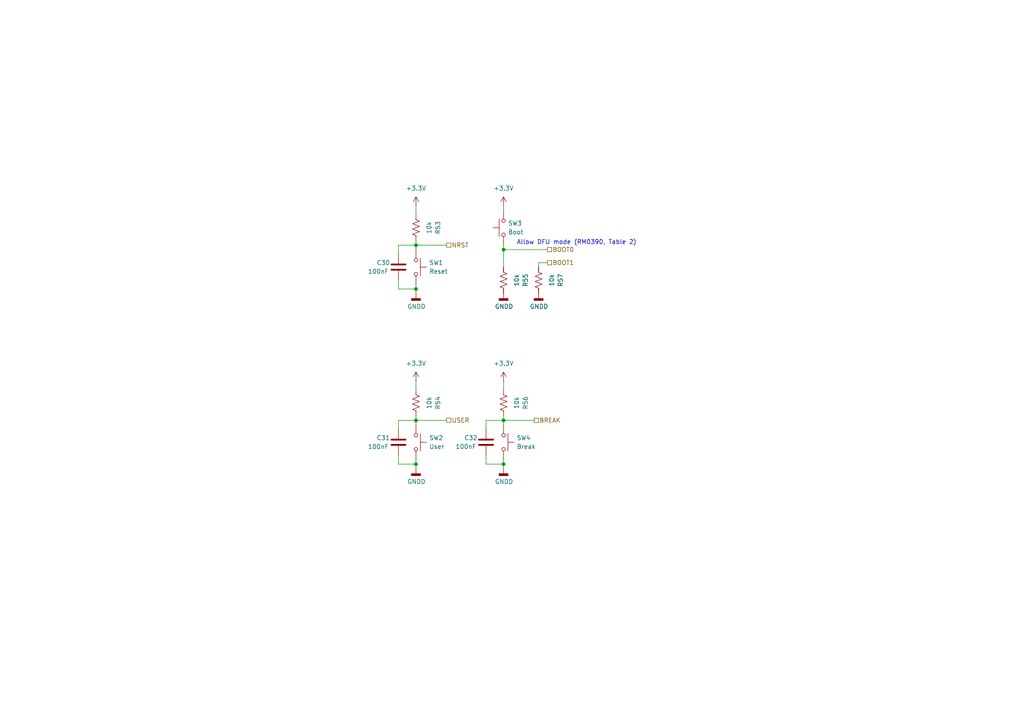
<source format=kicad_sch>
(kicad_sch (version 20211123) (generator eeschema)
  (paper "A4")
  (lib_symbols
    (symbol "Device:C" (pin_numbers hide) (pin_names (offset 0.254))
      (property "Reference" "C" (at 0.635 2.54 0))
      (property "Value" "C" (at 0.635 -2.54 0))
      (symbol "C_0_1"
        (polyline (pts (xy -2.032 -0.762) (xy 2.032 -0.762)) (stroke (width 0.508)))
        (polyline (pts (xy -2.032 0.762) (xy 2.032 0.762)) (stroke (width 0.508)))
      )
      (symbol "C_1_1"
        (pin passive line (at 0 3.81 270) (length 2.794) (name "~") (number "1"))
        (pin passive line (at 0 -3.81 90) (length 2.794) (name "~") (number "2"))
      )
    )
    (symbol "Device:R_US" (pin_numbers hide) (pin_names (offset 0))
      (property "Reference" "R" (at 2.54 0 90))
      (property "Value" "R_US" (at -2.54 0 90))
      (symbol "R_US_0_1"
        (polyline (pts (xy 0 -2.286) (xy 0 -2.54)))
        (polyline (pts (xy 0 2.286) (xy 0 2.54)))
        (polyline (pts (xy 0 -0.762) (xy 1.016 -1.143) (xy 0 -1.524) (xy -1.016 -1.905) (xy 0 -2.286)))
        (polyline (pts (xy 0 0.762) (xy 1.016 0.381) (xy 0 0) (xy -1.016 -0.381) (xy 0 -0.762)))
        (polyline (pts (xy 0 2.286) (xy 1.016 1.905) (xy 0 1.524) (xy -1.016 1.143) (xy 0 0.762)))
      )
      (symbol "R_US_1_1"
        (pin passive line (at 0 3.81 270) (length 1.27) (name "~") (number "1"))
        (pin passive line (at 0 -3.81 90) (length 1.27) (name "~") (number "2"))
      )
    )
    (symbol "Switch:SW_Push" (pin_numbers hide) (pin_names (offset 1.016) hide)
      (property "Reference" "SW" (at 1.27 2.54 0))
      (property "Value" "SW_Push" (at 0 -1.524 0))
      (symbol "SW_Push_0_1"
        (circle (center -2.032 0) (radius 0.508))
        (polyline (pts (xy 0 1.27) (xy 0 3.048)))
        (polyline (pts (xy 2.54 1.27) (xy -2.54 1.27)))
        (circle (center 2.032 0) (radius 0.508))
        (pin passive line (at -5.08 0 0) (length 2.54) (name "1") (number "1"))
        (pin passive line (at 5.08 0 180) (length 2.54) (name "2") (number "2"))
      )
    )
    (symbol "power:+3.3V" (power) (pin_names (offset 0))
      (property "Value" "+3.3V" (at 0 3.556 0))
      (symbol "+3.3V_0_1"
        (polyline (pts (xy -0.762 1.27) (xy 0 2.54)))
        (polyline (pts (xy 0 0) (xy 0 2.54)))
        (polyline (pts (xy 0 2.54) (xy 0.762 1.27)))
      )
      (symbol "+3.3V_1_1"
        (pin power_in line (at 0 0 90) (length 0) hide (name "+3.3V") (number "1"))
      )
    )
    (symbol "power:GNDD" (power) (pin_names (offset 0))
      (property "Value" "GNDD" (at 0 -3.175 0))
      (symbol "GNDD_0_1"
        (rectangle (start -1.27 -1.524) (end 1.27 -2.032) (stroke (width 0.254)) (fill (type outline)))
        (polyline (pts (xy 0 0) (xy 0 -1.524)))
      )
      (symbol "GNDD_1_1"
        (pin power_in line (at 0 0 270) (length 0) hide (name "GNDD") (number "1"))
      )
    )
  )
  (junction (at 146.05 72.39))
  (junction (at 120.65 134.62))
  (junction (at 120.65 121.92))
  (junction (at 120.65 71.12))
  (junction (at 146.05 121.92))
  (junction (at 120.65 83.82))
  (junction (at 146.05 134.62))
  (wire (pts (xy 120.65 59.69) (xy 120.65 62.23)))
  (wire (pts (xy 156.21 77.47) (xy 156.21 76.2)))
  (wire (pts (xy 120.65 82.55) (xy 120.65 83.82)))
  (wire (pts (xy 115.57 121.92) (xy 120.65 121.92)))
  (wire (pts (xy 120.65 110.49) (xy 120.65 113.03)))
  (wire (pts (xy 146.05 71.12) (xy 146.05 72.39)))
  (wire (pts (xy 120.65 121.92) (xy 129.54 121.92)))
  (wire (pts (xy 115.57 134.62) (xy 120.65 134.62)))
  (wire (pts (xy 120.65 120.65) (xy 120.65 121.92)))
  (wire (pts (xy 146.05 120.65) (xy 146.05 121.92)))
  (wire (pts (xy 115.57 124.46) (xy 115.57 121.92)))
  (wire (pts (xy 120.65 83.82) (xy 120.65 85.09)))
  (wire (pts (xy 146.05 121.92) (xy 146.05 123.19)))
  (wire (pts (xy 115.57 71.12) (xy 120.65 71.12)))
  (wire (pts (xy 146.05 110.49) (xy 146.05 113.03)))
  (wire (pts (xy 140.97 134.62) (xy 146.05 134.62)))
  (wire (pts (xy 115.57 73.66) (xy 115.57 71.12)))
  (wire (pts (xy 146.05 133.35) (xy 146.05 134.62)))
  (wire (pts (xy 140.97 132.08) (xy 140.97 134.62)))
  (wire (pts (xy 120.65 71.12) (xy 129.54 71.12)))
  (wire (pts (xy 120.65 121.92) (xy 120.65 123.19)))
  (wire (pts (xy 146.05 72.39) (xy 158.75 72.39)))
  (wire (pts (xy 140.97 121.92) (xy 146.05 121.92)))
  (wire (pts (xy 120.65 133.35) (xy 120.65 134.62)))
  (wire (pts (xy 115.57 81.28) (xy 115.57 83.82)))
  (wire (pts (xy 120.65 134.62) (xy 120.65 135.89)))
  (wire (pts (xy 146.05 77.47) (xy 146.05 72.39)))
  (wire (pts (xy 146.05 134.62) (xy 146.05 135.89)))
  (wire (pts (xy 115.57 132.08) (xy 115.57 134.62)))
  (wire (pts (xy 140.97 124.46) (xy 140.97 121.92)))
  (wire (pts (xy 146.05 121.92) (xy 154.94 121.92)))
  (wire (pts (xy 120.65 71.12) (xy 120.65 72.39)))
  (wire (pts (xy 156.21 76.2) (xy 158.75 76.2)))
  (wire (pts (xy 146.05 59.69) (xy 146.05 60.96)))
  (wire (pts (xy 120.65 69.85) (xy 120.65 71.12)))
  (wire (pts (xy 115.57 83.82) (xy 120.65 83.82)))
  (text "Allow DFU mode (RM0390, Table 2)" (at 149.86 71.12 0) (effects (font (size 1.27 1.27)) (justify left bottom)))
  (hierarchical_label "BOOT1" (shape passive) (at 158.75 76.2 0))
  (hierarchical_label "NRST" (shape passive) (at 129.54 71.12 0))
  (hierarchical_label "USER" (shape passive) (at 129.54 121.92 0))
  (hierarchical_label "BOOT0" (shape passive) (at 158.75 72.39 0))
  (hierarchical_label "BREAK" (shape passive) (at 154.94 121.92 0))
  (symbol (lib_id "Device:R_US") (at 146.05 116.84 180) (unit 1)
    (property "Reference" "R56" (at 152.4 116.84 90))
    (property "Value" "10k" (at 149.86 116.84 90))
    (property "Footprint" "Resistor_SMD:R_0402_1005Metric" (effects hide))
    (property "JLCPCB" "C25744" (effects hide))
  )
  (symbol (lib_id "Device:R_US") (at 120.65 116.84 180) (unit 1)
    (property "Reference" "R54" (at 127 116.84 90))
    (property "Value" "10k" (at 124.46 116.84 90))
    (property "Footprint" "Resistor_SMD:R_0402_1005Metric" (effects hide))
    (property "JLCPCB" "C25744" (effects hide))
  )
  (symbol (lib_id "Device:C") (at 115.57 128.27 180) (unit 1)
    (property "Reference" "C31" (at 109.22 127 0) (effects (justify right)))
    (property "Value" "100nF" (at 106.68 129.54 0) (effects (justify right)))
    (property "Footprint" "Capacitor_SMD:C_0402_1005Metric" (effects hide))
    (property "JLCPCB" "C307331" (effects hide))
  )
  (symbol (lib_id "Switch:SW_Push") (at 120.65 128.27 270) (unit 1)
    (property "Reference" "SW2" (at 124.46 126.9999 90) (effects (justify left)))
    (property "Value" "User" (at 124.46 129.5399 90) (effects (justify left)))
    (property "Footprint" "Button_Switch_SMD:SW_SPST_PTS810" (effects hide))
  )
  (symbol (lib_id "power:GNDD") (at 146.05 85.09 0) (unit 1)
    (property "Reference" "#PWR052" (effects hide))
    (property "Value" "GNDD" (at 143.51 88.9 0) (effects (justify left)))
  )
  (symbol (lib_id "power:+3.3V") (at 146.05 110.49 0) (unit 1)
    (property "Reference" "#PWR053" (effects hide))
    (property "Value" "+3.3V" (at 146.05 105.41 0))
  )
  (symbol (lib_id "power:+3.3V") (at 146.05 59.69 0) (unit 1)
    (property "Reference" "#PWR051" (effects hide))
    (property "Value" "+3.3V" (at 146.05 54.61 0))
  )
  (symbol (lib_id "Device:R_US") (at 156.21 81.28 180) (unit 1)
    (property "Reference" "R57" (at 162.56 81.28 90))
    (property "Value" "10k" (at 160.02 81.28 90))
    (property "Footprint" "Resistor_SMD:R_0402_1005Metric" (effects hide))
    (property "JLCPCB" "C25744" (effects hide))
  )
  (symbol (lib_id "power:+3.3V") (at 120.65 59.69 0) (unit 1)
    (property "Reference" "#PWR047" (effects hide))
    (property "Value" "+3.3V" (at 120.65 54.61 0))
  )
  (symbol (lib_id "power:GNDD") (at 120.65 135.89 0) (unit 1)
    (property "Reference" "#PWR050" (effects hide))
    (property "Value" "GNDD" (at 118.11 139.7 0) (effects (justify left)))
  )
  (symbol (lib_id "Device:C") (at 115.57 77.47 180) (unit 1)
    (property "Reference" "C30" (at 109.22 76.2 0) (effects (justify right)))
    (property "Value" "100nF" (at 106.68 78.74 0) (effects (justify right)))
    (property "Footprint" "Capacitor_SMD:C_0402_1005Metric" (effects hide))
    (property "JLCPCB" "C307331" (effects hide))
  )
  (symbol (lib_id "Device:C") (at 140.97 128.27 180) (unit 1)
    (property "Reference" "C32" (at 134.62 127 0) (effects (justify right)))
    (property "Value" "100nF" (at 132.08 129.54 0) (effects (justify right)))
    (property "Footprint" "Capacitor_SMD:C_0402_1005Metric" (effects hide))
    (property "JLCPCB" "C307331" (effects hide))
  )
  (symbol (lib_id "power:GNDD") (at 146.05 135.89 0) (unit 1)
    (property "Reference" "#PWR054" (effects hide))
    (property "Value" "GNDD" (at 143.51 139.7 0) (effects (justify left)))
  )
  (symbol (lib_id "Device:R_US") (at 120.65 66.04 180) (unit 1)
    (property "Reference" "R53" (at 127 66.04 90))
    (property "Value" "10k" (at 124.46 66.04 90))
    (property "Footprint" "Resistor_SMD:R_0402_1005Metric" (effects hide))
    (property "JLCPCB" "C25744" (effects hide))
  )
  (symbol (lib_id "Device:R_US") (at 146.05 81.28 180) (unit 1)
    (property "Reference" "R55" (at 152.4 81.28 90))
    (property "Value" "10k" (at 149.86 81.28 90))
    (property "Footprint" "Resistor_SMD:R_0402_1005Metric" (effects hide))
    (property "JLCPCB" "C25744" (effects hide))
  )
  (symbol (lib_id "power:+3.3V") (at 120.65 110.49 0) (unit 1)
    (property "Reference" "#PWR049" (effects hide))
    (property "Value" "+3.3V" (at 120.65 105.41 0))
  )
  (symbol (lib_id "Switch:SW_Push") (at 146.05 66.04 90) (unit 1)
    (property "Reference" "SW3" (at 147.32 64.7699 90) (effects (justify right)))
    (property "Value" "Boot" (at 147.32 67.3099 90) (effects (justify right)))
    (property "Footprint" "Button_Switch_SMD:SW_SPST_PTS810" (effects hide))
  )
  (symbol (lib_id "power:GNDD") (at 120.65 85.09 0) (unit 1)
    (property "Reference" "#PWR048" (effects hide))
    (property "Value" "GNDD" (at 118.11 88.9 0) (effects (justify left)))
  )
  (symbol (lib_id "power:GNDD") (at 156.21 85.09 0) (unit 1)
    (property "Reference" "#PWR055" (effects hide))
    (property "Value" "GNDD" (at 153.67 88.9 0) (effects (justify left)))
  )
  (symbol (lib_id "Switch:SW_Push") (at 146.05 128.27 270) (unit 1)
    (property "Reference" "SW4" (at 149.86 126.9999 90) (effects (justify left)))
    (property "Value" "Break" (at 149.86 129.5399 90) (effects (justify left)))
    (property "Footprint" "Button_Switch_SMD:SW_SPST_PTS810" (effects hide))
  )
  (symbol (lib_id "Switch:SW_Push") (at 120.65 77.47 270) (unit 1)
    (property "Reference" "SW1" (at 124.46 76.1999 90) (effects (justify left)))
    (property "Value" "Reset" (at 124.46 78.7399 90) (effects (justify left)))
    (property "Footprint" "Button_Switch_SMD:SW_SPST_PTS810" (effects hide))
  )
)
</source>
